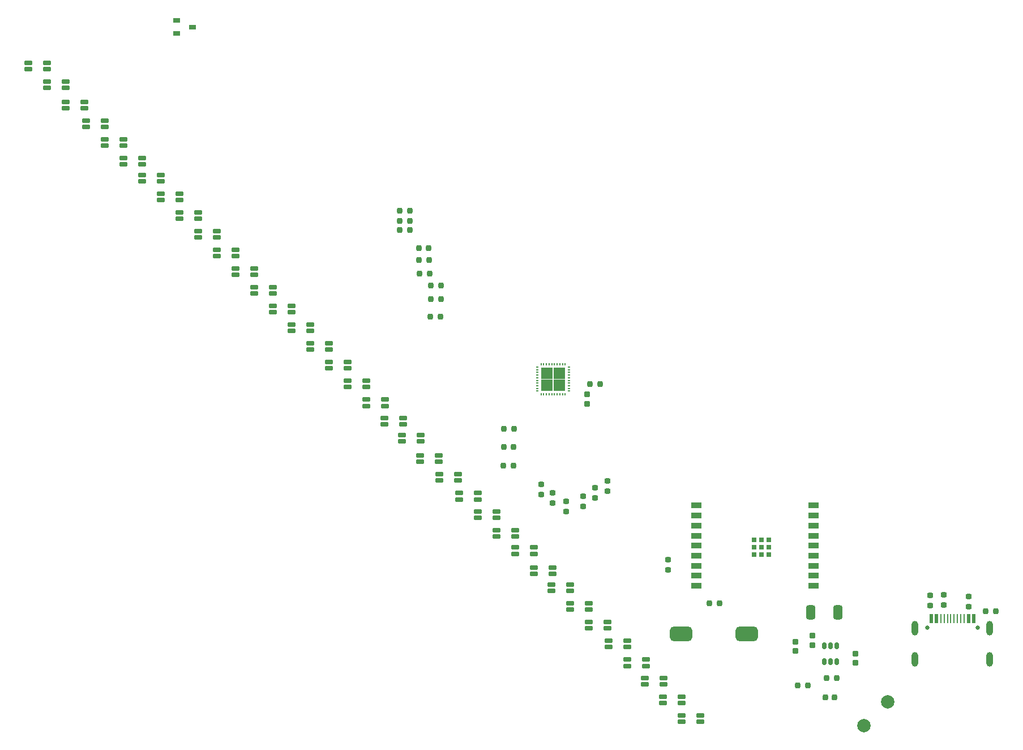
<source format=gbr>
%TF.GenerationSoftware,KiCad,Pcbnew,(7.0.0)*%
%TF.CreationDate,2023-03-09T23:01:47-06:00*%
%TF.ProjectId,LED Fan Blade,4c454420-4661-46e2-9042-6c6164652e6b,rev?*%
%TF.SameCoordinates,Original*%
%TF.FileFunction,Soldermask,Top*%
%TF.FilePolarity,Negative*%
%FSLAX46Y46*%
G04 Gerber Fmt 4.6, Leading zero omitted, Abs format (unit mm)*
G04 Created by KiCad (PCBNEW (7.0.0)) date 2023-03-09 23:01:47*
%MOMM*%
%LPD*%
G01*
G04 APERTURE LIST*
G04 Aperture macros list*
%AMRoundRect*
0 Rectangle with rounded corners*
0 $1 Rounding radius*
0 $2 $3 $4 $5 $6 $7 $8 $9 X,Y pos of 4 corners*
0 Add a 4 corners polygon primitive as box body*
4,1,4,$2,$3,$4,$5,$6,$7,$8,$9,$2,$3,0*
0 Add four circle primitives for the rounded corners*
1,1,$1+$1,$2,$3*
1,1,$1+$1,$4,$5*
1,1,$1+$1,$6,$7*
1,1,$1+$1,$8,$9*
0 Add four rect primitives between the rounded corners*
20,1,$1+$1,$2,$3,$4,$5,0*
20,1,$1+$1,$4,$5,$6,$7,0*
20,1,$1+$1,$6,$7,$8,$9,0*
20,1,$1+$1,$8,$9,$2,$3,0*%
G04 Aperture macros list end*
%ADD10RoundRect,0.175000X-0.425000X-0.175000X0.425000X-0.175000X0.425000X0.175000X-0.425000X0.175000X0*%
%ADD11RoundRect,0.201500X-0.201500X-0.230500X0.201500X-0.230500X0.201500X0.230500X-0.201500X0.230500X0*%
%ADD12RoundRect,0.201500X0.230500X-0.201500X0.230500X0.201500X-0.230500X0.201500X-0.230500X-0.201500X0*%
%ADD13RoundRect,0.201500X0.201500X0.230500X-0.201500X0.230500X-0.201500X-0.230500X0.201500X-0.230500X0*%
%ADD14RoundRect,0.350000X0.350000X0.710000X-0.350000X0.710000X-0.350000X-0.710000X0.350000X-0.710000X0*%
%ADD15O,0.200000X0.350000*%
%ADD16O,0.350000X0.200000*%
%ADD17C,0.900000*%
%ADD18R,1.800000X1.800000*%
%ADD19RoundRect,0.201500X-0.230500X0.201500X-0.230500X-0.201500X0.230500X-0.201500X0.230500X0.201500X0*%
%ADD20RoundRect,0.200000X-0.250000X0.200000X-0.250000X-0.200000X0.250000X-0.200000X0.250000X0.200000X0*%
%ADD21C,2.000000*%
%ADD22R,1.000000X0.800000*%
%ADD23C,0.670000*%
%ADD24R,0.250000X1.450000*%
%ADD25R,0.300000X1.450000*%
%ADD26RoundRect,0.500000X0.000000X-0.600000X0.000000X-0.600000X0.000000X0.600000X0.000000X0.600000X0*%
%ADD27R,1.500000X0.900000*%
%ADD28R,0.700000X0.700000*%
%ADD29RoundRect,0.200000X0.250000X-0.200000X0.250000X0.200000X-0.250000X0.200000X-0.250000X-0.200000X0*%
%ADD30RoundRect,0.200000X-0.200000X-0.250000X0.200000X-0.250000X0.200000X0.250000X-0.200000X0.250000X0*%
%ADD31RoundRect,0.540000X-1.135000X-0.540000X1.135000X-0.540000X1.135000X0.540000X-1.135000X0.540000X0*%
%ADD32RoundRect,0.150000X0.150000X-0.350000X0.150000X0.350000X-0.150000X0.350000X-0.150000X-0.350000X0*%
G04 APERTURE END LIST*
D10*
%TO.C,LED22*%
X94358000Y-89146000D03*
X97158000Y-89146000D03*
X97158000Y-90146000D03*
X94358000Y-90146000D03*
%TD*%
%TO.C,LED6*%
X119628000Y-114046000D03*
X122428000Y-114046000D03*
X122428000Y-115046000D03*
X119628000Y-115046000D03*
%TD*%
%TO.C,LED12*%
X122552000Y-116832000D03*
X125352000Y-116832000D03*
X125352000Y-117832000D03*
X122552000Y-117832000D03*
%TD*%
D11*
%TO.C,BL:2*%
X96021000Y-65786000D03*
X97527000Y-65786000D03*
%TD*%
D10*
%TO.C,LED17*%
X108582000Y-102878000D03*
X111382000Y-102878000D03*
X111382000Y-103878000D03*
X108582000Y-103878000D03*
%TD*%
%TO.C,LED1*%
X35808000Y-30480000D03*
X38608000Y-30480000D03*
X38608000Y-31480000D03*
X35808000Y-31480000D03*
%TD*%
%TO.C,LED28*%
X97276000Y-91948000D03*
X100076000Y-91948000D03*
X100076000Y-92948000D03*
X97276000Y-92948000D03*
%TD*%
D11*
%TO.C,GR:3*%
X106852000Y-90678000D03*
X108358000Y-90678000D03*
%TD*%
D12*
%TO.C,GR:4*%
X116205000Y-97527000D03*
X116205000Y-96021000D03*
%TD*%
D10*
%TO.C,LED5*%
X102994000Y-97528000D03*
X105794000Y-97528000D03*
X105794000Y-98528000D03*
X102994000Y-98528000D03*
%TD*%
D11*
%TO.C,RD:2*%
X96021000Y-63754000D03*
X97527000Y-63754000D03*
%TD*%
D10*
%TO.C,LED19*%
X44444000Y-39116000D03*
X47244000Y-39116000D03*
X47244000Y-40116000D03*
X44444000Y-40116000D03*
%TD*%
D13*
%TO.C,R6*%
X121276000Y-78486000D03*
X119770000Y-78486000D03*
%TD*%
D10*
%TO.C,LED16*%
X91688000Y-86106000D03*
X94488000Y-86106000D03*
X94488000Y-87106000D03*
X91688000Y-87106000D03*
%TD*%
D14*
%TO.C,L1*%
X156841000Y-112649000D03*
X152785000Y-112649000D03*
%TD*%
D15*
%TO.C,LED-Driver1*%
X116083999Y-75519999D03*
X115683999Y-75519999D03*
X115283999Y-75519999D03*
X114883999Y-75519999D03*
X114483999Y-75519999D03*
X114083999Y-75519999D03*
X113683999Y-75519999D03*
X113283999Y-75519999D03*
X112883999Y-75519999D03*
X112483999Y-75519999D03*
D16*
X111883999Y-75969999D03*
X111883999Y-76369999D03*
X111883999Y-76769999D03*
X111883999Y-77169999D03*
X111883999Y-77569999D03*
X111883999Y-77969999D03*
X111883999Y-78369999D03*
X111883999Y-78769999D03*
X111883999Y-79169999D03*
X111883999Y-79569999D03*
D15*
X112483999Y-80019999D03*
X112883999Y-80019999D03*
X113283999Y-80019999D03*
X113683999Y-80019999D03*
X114083999Y-80019999D03*
X114483999Y-80019999D03*
X114883999Y-80019999D03*
X115283999Y-80019999D03*
X115683999Y-80019999D03*
X116083999Y-80019999D03*
D16*
X116683999Y-79569999D03*
X116683999Y-79169999D03*
X116683999Y-78769999D03*
X116683999Y-78369999D03*
X116683999Y-77969999D03*
X116683999Y-77569999D03*
X116683999Y-77169999D03*
X116683999Y-76769999D03*
X116683999Y-76369999D03*
X116683999Y-75969999D03*
D17*
X115184000Y-76870000D03*
D18*
X115183999Y-76869999D03*
D17*
X113384000Y-76870000D03*
D18*
X113383999Y-76869999D03*
D17*
X115184000Y-78670000D03*
D18*
X115183999Y-78669999D03*
D17*
X113384000Y-78670000D03*
D18*
X113383999Y-78669999D03*
%TD*%
D11*
%TO.C,BL:3*%
X106877000Y-87884000D03*
X108383000Y-87884000D03*
%TD*%
D12*
%TO.C,BL:5*%
X120523000Y-95495000D03*
X120523000Y-93989000D03*
%TD*%
D19*
%TO.C,R3*%
X172720000Y-109991000D03*
X172720000Y-111497000D03*
%TD*%
D20*
%TO.C,Cin1*%
X159512000Y-118807000D03*
X159512000Y-120207000D03*
%TD*%
D10*
%TO.C,LED21*%
X77972000Y-72390000D03*
X80772000Y-72390000D03*
X80772000Y-73390000D03*
X77972000Y-73390000D03*
%TD*%
D12*
%TO.C,BL:4*%
X114173000Y-96257000D03*
X114173000Y-94751000D03*
%TD*%
D10*
%TO.C,LED13*%
X41396000Y-36322000D03*
X44196000Y-36322000D03*
X44196000Y-37322000D03*
X41396000Y-37322000D03*
%TD*%
%TO.C,LED30*%
X130680000Y-125214000D03*
X133480000Y-125214000D03*
X133480000Y-126214000D03*
X130680000Y-126214000D03*
%TD*%
D21*
%TO.C,Power_12V1*%
X160782000Y-129540000D03*
X164317534Y-126004466D03*
%TD*%
D10*
%TO.C,LED14*%
X58414000Y-52832000D03*
X61214000Y-52832000D03*
X61214000Y-53832000D03*
X58414000Y-53832000D03*
%TD*%
%TO.C,LED35*%
X116834000Y-111252000D03*
X119634000Y-111252000D03*
X119634000Y-112252000D03*
X116834000Y-112252000D03*
%TD*%
D11*
%TO.C,R2*%
X137677000Y-111252000D03*
X139183000Y-111252000D03*
%TD*%
D10*
%TO.C,LED26*%
X64002000Y-58420000D03*
X66802000Y-58420000D03*
X66802000Y-59420000D03*
X64002000Y-59420000D03*
%TD*%
D11*
%TO.C,R7*%
X150876000Y-123571000D03*
X152382000Y-123571000D03*
%TD*%
D10*
%TO.C,LED25*%
X47238000Y-41910000D03*
X50038000Y-41910000D03*
X50038000Y-42910000D03*
X47238000Y-42910000D03*
%TD*%
%TO.C,LED11*%
X105788000Y-100322000D03*
X108588000Y-100322000D03*
X108588000Y-101322000D03*
X105788000Y-101322000D03*
%TD*%
D11*
%TO.C,GR:2*%
X95894000Y-68453000D03*
X97400000Y-68453000D03*
%TD*%
D10*
%TO.C,LED2*%
X52826000Y-47244000D03*
X55626000Y-47244000D03*
X55626000Y-48244000D03*
X52826000Y-48244000D03*
%TD*%
D11*
%TO.C,RD:3*%
X106943000Y-85217000D03*
X108449000Y-85217000D03*
%TD*%
D22*
%TO.C,HallSensor1*%
X57940499Y-24195999D03*
X60340499Y-25145999D03*
X57940499Y-26095999D03*
%TD*%
D23*
%TO.C,USB-C1*%
X170256000Y-114909000D03*
X177756000Y-114909000D03*
D24*
X170630999Y-113533999D03*
X171430999Y-113533999D03*
X172755999Y-113533999D03*
X173755999Y-113533999D03*
X174255999Y-113533999D03*
X175255999Y-113533999D03*
X176580999Y-113533999D03*
X177380999Y-113533999D03*
D25*
X177105999Y-113533999D03*
X176305999Y-113533999D03*
D24*
X175755999Y-113533999D03*
X174755999Y-113533999D03*
X173255999Y-113533999D03*
X172255999Y-113533999D03*
D25*
X171705999Y-113533999D03*
X170905999Y-113533999D03*
D26*
X168426000Y-114994000D03*
X168426000Y-119664000D03*
X179586000Y-114994000D03*
X179586000Y-119674000D03*
%TD*%
D10*
%TO.C,LED27*%
X80766000Y-75184000D03*
X83566000Y-75184000D03*
X83566000Y-76184000D03*
X80766000Y-76184000D03*
%TD*%
D27*
%TO.C,ESP1*%
X135730499Y-96667999D03*
X135730499Y-98167999D03*
X135730499Y-99667999D03*
X135730499Y-101167999D03*
X135730499Y-102667999D03*
X135730499Y-104167999D03*
X135730499Y-105667999D03*
X135730499Y-107167999D03*
X135730499Y-108667999D03*
X153230499Y-108667999D03*
X153230499Y-107167999D03*
X153230499Y-105667999D03*
X153230499Y-104167999D03*
X153230499Y-102667999D03*
X153230499Y-101167999D03*
X153230499Y-99667999D03*
X153230499Y-98167999D03*
X153230499Y-96667999D03*
D28*
X144340499Y-101767999D03*
X145440499Y-101767999D03*
X146540499Y-101767999D03*
X144340499Y-102867999D03*
X145440499Y-102867999D03*
X146540499Y-102867999D03*
X144340499Y-103967999D03*
X145440499Y-103967999D03*
X146540499Y-103967999D03*
%TD*%
D11*
%TO.C,RD:0*%
X91358000Y-52578000D03*
X92864000Y-52578000D03*
%TD*%
D10*
%TO.C,LED23*%
X111376000Y-105910000D03*
X114176000Y-105910000D03*
X114176000Y-106910000D03*
X111376000Y-106910000D03*
%TD*%
%TO.C,LED9*%
X72384000Y-66802000D03*
X75184000Y-66802000D03*
X75184000Y-67802000D03*
X72384000Y-67802000D03*
%TD*%
D20*
%TO.C,Cout1*%
X150495000Y-117029000D03*
X150495000Y-118429000D03*
%TD*%
D10*
%TO.C,LED24*%
X128010000Y-122428000D03*
X130810000Y-122428000D03*
X130810000Y-123428000D03*
X128010000Y-123428000D03*
%TD*%
%TO.C,LED15*%
X75178000Y-69596000D03*
X77978000Y-69596000D03*
X77978000Y-70596000D03*
X75178000Y-70596000D03*
%TD*%
%TO.C,LED10*%
X89024000Y-83558000D03*
X91824000Y-83558000D03*
X91824000Y-84558000D03*
X89024000Y-84558000D03*
%TD*%
D19*
%TO.C,R9*%
X170688000Y-110118000D03*
X170688000Y-111624000D03*
%TD*%
D10*
%TO.C,LED18*%
X125346000Y-119642000D03*
X128146000Y-119642000D03*
X128146000Y-120642000D03*
X125346000Y-120642000D03*
%TD*%
%TO.C,LED34*%
X100200000Y-94750000D03*
X103000000Y-94750000D03*
X103000000Y-95750000D03*
X100200000Y-95750000D03*
%TD*%
D12*
%TO.C,RD:5*%
X118745000Y-96765000D03*
X118745000Y-95259000D03*
%TD*%
%TO.C,RD:4*%
X112522000Y-94987000D03*
X112522000Y-93481000D03*
%TD*%
D13*
%TO.C,R1*%
X180511000Y-112472500D03*
X179005000Y-112472500D03*
%TD*%
D10*
%TO.C,LED31*%
X50032000Y-44704000D03*
X52832000Y-44704000D03*
X52832000Y-45704000D03*
X50032000Y-45704000D03*
%TD*%
D11*
%TO.C,BL:0*%
X91322000Y-54102000D03*
X92828000Y-54102000D03*
%TD*%
D10*
%TO.C,LED20*%
X61208000Y-55626000D03*
X64008000Y-55626000D03*
X64008000Y-56626000D03*
X61208000Y-56626000D03*
%TD*%
D29*
%TO.C,CB1*%
X153035000Y-117540000D03*
X153035000Y-116140000D03*
%TD*%
D10*
%TO.C,LED4*%
X86354000Y-80780000D03*
X89154000Y-80780000D03*
X89154000Y-81780000D03*
X86354000Y-81780000D03*
%TD*%
%TO.C,LED8*%
X55620000Y-50038000D03*
X58420000Y-50038000D03*
X58420000Y-51038000D03*
X55620000Y-51038000D03*
%TD*%
D11*
%TO.C,R8*%
X155198000Y-122428000D03*
X156704000Y-122428000D03*
%TD*%
D30*
%TO.C,C4*%
X155002000Y-125349000D03*
X156402000Y-125349000D03*
%TD*%
D31*
%TO.C,Boot1*%
X133378000Y-115824000D03*
X143228000Y-115824000D03*
%TD*%
D10*
%TO.C,LED32*%
X66796000Y-61214000D03*
X69596000Y-61214000D03*
X69596000Y-62214000D03*
X66796000Y-62214000D03*
%TD*%
D20*
%TO.C,VCAP1*%
X119380000Y-80072000D03*
X119380000Y-81472000D03*
%TD*%
D10*
%TO.C,LED33*%
X83560000Y-77978000D03*
X86360000Y-77978000D03*
X86360000Y-78978000D03*
X83560000Y-78978000D03*
%TD*%
%TO.C,LED3*%
X69590000Y-64008000D03*
X72390000Y-64008000D03*
X72390000Y-65008000D03*
X69590000Y-65008000D03*
%TD*%
%TO.C,LED36*%
X133474000Y-128008000D03*
X136274000Y-128008000D03*
X136274000Y-129008000D03*
X133474000Y-129008000D03*
%TD*%
D11*
%TO.C,GR:1*%
X94309000Y-61976000D03*
X95815000Y-61976000D03*
%TD*%
%TO.C,BL:1*%
X94243000Y-59944000D03*
X95749000Y-59944000D03*
%TD*%
D19*
%TO.C,R4*%
X176403000Y-110245000D03*
X176403000Y-111751000D03*
%TD*%
D11*
%TO.C,GR:0*%
X91322000Y-55499000D03*
X92828000Y-55499000D03*
%TD*%
D10*
%TO.C,LED7*%
X38602000Y-33274000D03*
X41402000Y-33274000D03*
X41402000Y-34274000D03*
X38602000Y-34274000D03*
%TD*%
D12*
%TO.C,R5*%
X131445000Y-106281000D03*
X131445000Y-104775000D03*
%TD*%
%TO.C,GR:5*%
X122428000Y-94479000D03*
X122428000Y-92973000D03*
%TD*%
D10*
%TO.C,LED29*%
X114040000Y-108458000D03*
X116840000Y-108458000D03*
X116840000Y-109458000D03*
X114040000Y-109458000D03*
%TD*%
D32*
%TO.C,VReg1*%
X154813000Y-120015000D03*
X155763000Y-120015000D03*
X156713000Y-120015000D03*
X156713000Y-117615000D03*
X155763000Y-117615000D03*
X154813000Y-117615000D03*
%TD*%
D11*
%TO.C,RD:1*%
X94177000Y-58166000D03*
X95683000Y-58166000D03*
%TD*%
M02*

</source>
